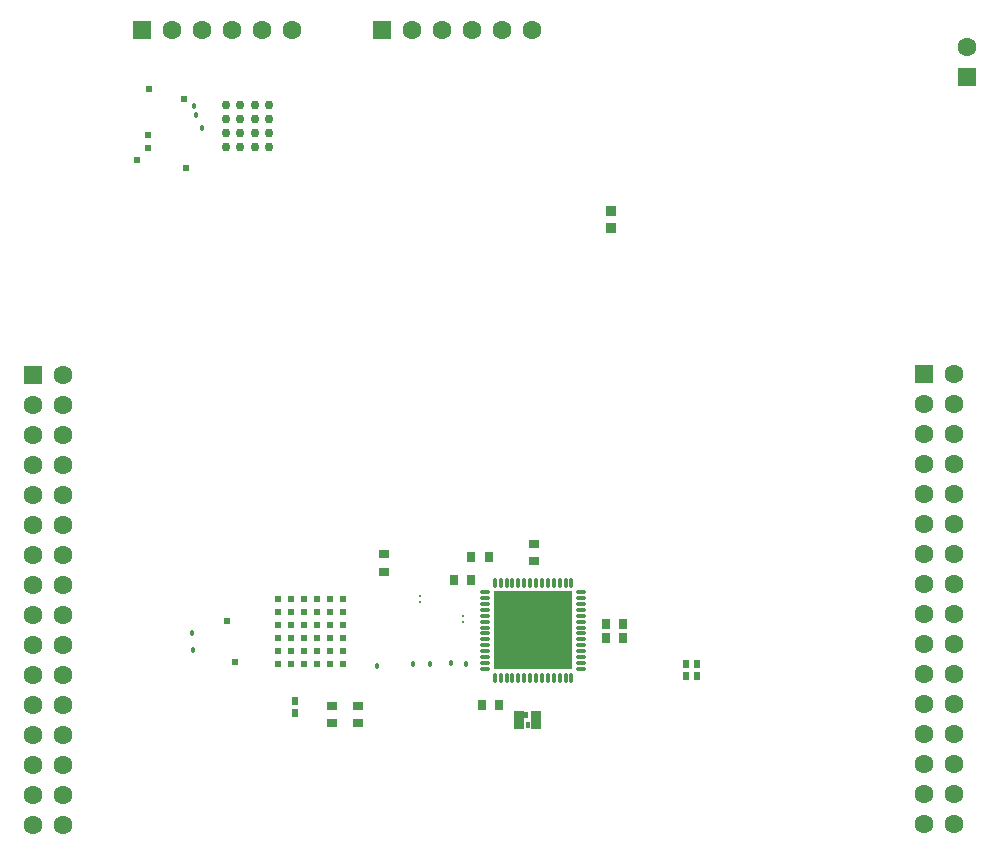
<source format=gbs>
%FSTAX25Y25*%
%MOIN*%
%SFA1B1*%

%IPPOS*%
%ADD57C,0.018000*%
%ADD66O,0.039430X0.013840*%
%ADD74R,0.035500X0.035500*%
%ADD77R,0.035500X0.031560*%
%ADD78R,0.031560X0.035500*%
%ADD80R,0.023690X0.027620*%
%ADD81R,0.259910X0.259910*%
%ADD82O,0.013840X0.039430*%
%ADD92R,0.011870X0.023690*%
%ADD93R,0.033530X0.059120*%
%ADD95C,0.063060*%
%ADD96R,0.063060X0.063060*%
%ADD97R,0.063060X0.063060*%
%ADD98C,0.013000*%
%ADD99C,0.024000*%
%ADD100C,0.023690*%
%ADD101C,0.029980*%
%LNhighspeed_v0-1*%
%LPD*%
G54D57*
X01206Y00807D03*
X01202Y00862D03*
X02064Y00765D03*
X01214Y0259D03*
X0121Y02619D03*
X01818Y00754D03*
X0194Y00759D03*
X01996Y0076D03*
X02117D03*
X01234Y02547D03*
G54D66*
X0217955Y0086216D03*
Y0088184D03*
Y0074405D03*
Y0076373D03*
Y0078342D03*
Y008031D03*
Y0082279D03*
Y0084247D03*
Y009409D03*
Y0096058D03*
Y0098027D03*
Y0099995D03*
X0249845D03*
Y0098027D03*
Y0096058D03*
Y009409D03*
Y0092121D03*
Y0090153D03*
Y0088184D03*
Y0086216D03*
Y0084247D03*
Y0082279D03*
Y008031D03*
Y0078342D03*
Y0076373D03*
Y0074405D03*
X0217955Y0092121D03*
Y0090153D03*
G54D74*
X026Y0227153D03*
Y0221247D03*
G54D77*
X02343Y0110446D03*
Y0116154D03*
X01757Y0061954D03*
Y0056246D03*
X01669Y0062154D03*
Y0056446D03*
X01841Y0106846D03*
Y0112554D03*
G54D78*
X0258146Y00893D03*
X0263854D03*
X0219054Y01117D03*
X0213346D03*
X0213154Y01039D03*
X0207446D03*
X0222609Y00622D03*
X02169D03*
X0258146Y00846D03*
X0263854D03*
G54D80*
X01544Y0063769D03*
Y0059832D03*
X0285Y0075968D03*
Y0072031D03*
X02887Y0075968D03*
Y0072031D03*
G54D81*
X02339Y00872D03*
G54D82*
X0221105Y0103145D03*
X0223073D03*
X0225042D03*
X022701D03*
X0228979D03*
X0230947D03*
X0232916D03*
X0234884D03*
X0236853D03*
X0238821D03*
X024079D03*
X0242758D03*
X0244727D03*
X0246695D03*
Y0071255D03*
X0244727D03*
X0242758D03*
X024079D03*
X0238821D03*
X0236853D03*
X0234884D03*
X0232916D03*
X0230947D03*
X0228979D03*
X022701D03*
X0225042D03*
X0223073D03*
X0221105D03*
G54D92*
X0231506Y0059072D03*
X0232294Y0055528D03*
G54D93*
X0229046Y00573D03*
X0234754D03*
G54D95*
X01535Y02874D03*
X01435D03*
X01335D03*
X01235D03*
X01135D03*
X03787Y02818D03*
X03741Y01728D03*
X03641Y01628D03*
X03741D03*
X03641Y01528D03*
X03741D03*
X03641Y01428D03*
X03741D03*
X03641Y01328D03*
X03741D03*
X03641Y01228D03*
X03741D03*
X03641Y01128D03*
X03741D03*
X03641Y01028D03*
X03741D03*
X03641Y00928D03*
X03741D03*
X03641Y00828D03*
X03741D03*
X03641Y00728D03*
X03741D03*
X03641Y00628D03*
X03741D03*
X03641Y00528D03*
X03741D03*
X03641Y00428D03*
X03741D03*
X03641Y00328D03*
X03741D03*
X03641Y00228D03*
X03741D03*
X00773Y01723D03*
X00673Y01623D03*
X00773D03*
X00673Y01523D03*
X00773D03*
X00673Y01423D03*
X00773D03*
X00673Y01323D03*
X00773D03*
X00673Y01223D03*
X00773D03*
X00673Y01123D03*
X00773D03*
X00673Y01023D03*
X00773D03*
X00673Y00923D03*
X00773D03*
X00673Y00823D03*
X00773D03*
X00673Y00723D03*
X00773D03*
X00673Y00623D03*
X00773D03*
X00673Y00523D03*
X00773D03*
X00673Y00423D03*
X00773D03*
X00673Y00323D03*
X00773D03*
X00673Y00223D03*
X00773D03*
X02335Y02875D03*
X02235D03*
X02135D03*
X02035D03*
X01935D03*
G54D96*
X01035Y02874D03*
X01835Y02875D03*
G54D97*
X03787Y02718D03*
X03641Y01728D03*
X00673Y01723D03*
G54D98*
X01961Y0096625D03*
Y0098575D03*
X02104Y009205D03*
Y009015D03*
G54D99*
X01347Y00768D03*
X0132Y00903D03*
X01057Y02523D03*
Y0248D03*
X01174Y02642D03*
X01058Y02677D03*
X01019Y02439D03*
X01181Y02415D03*
G54D100*
X0148973Y0097527D03*
X0153304D03*
X0157635D03*
X0161965D03*
X0166296D03*
X0170627D03*
X0148973Y0093196D03*
X0153304D03*
X0157635D03*
X0161965D03*
X0166296D03*
X0170627D03*
X0148973Y0088865D03*
X0153304D03*
X0157635D03*
X0161965D03*
X0166296D03*
X0170627D03*
X0148973Y0084535D03*
X0153304D03*
X0157635D03*
X0161965D03*
X0166296D03*
X0170627D03*
X0148973Y0080204D03*
X0153304D03*
X0157635D03*
X0161965D03*
X0166296D03*
X0170627D03*
X0148973Y0075873D03*
X0153304D03*
X0157635D03*
X0161965D03*
X0166296D03*
X0170627D03*
X0223073Y0076373D03*
X0227404D03*
X0231735D03*
X0236065D03*
X0240396D03*
X0244727D03*
X0223073Y0080704D03*
X0227404D03*
X0231735D03*
X0236065D03*
X0240396D03*
X0244727D03*
X0223073Y0085035D03*
X0227404D03*
X0231735D03*
X0236065D03*
X0240396D03*
X0244727D03*
X0223073Y0089365D03*
X0227404D03*
X0231735D03*
X0236065D03*
X0240396D03*
X0244727D03*
X0223073Y0093696D03*
X0227404D03*
X0231735D03*
X0236065D03*
X0240396D03*
X0244727D03*
X0223073Y0098027D03*
X0227404D03*
X0231735D03*
X0236065D03*
X0240396D03*
X0244727D03*
G54D101*
X0145787Y0248313D03*
X0141062D03*
X0136338D03*
X0131613D03*
X0145787Y0253038D03*
X0141062D03*
X0136338D03*
X0131613D03*
X0145787Y0257762D03*
X0141062D03*
X0136338D03*
X0131613D03*
X0145787Y0262487D03*
X0141062D03*
X0136338D03*
X0131613D03*
M02*
</source>
